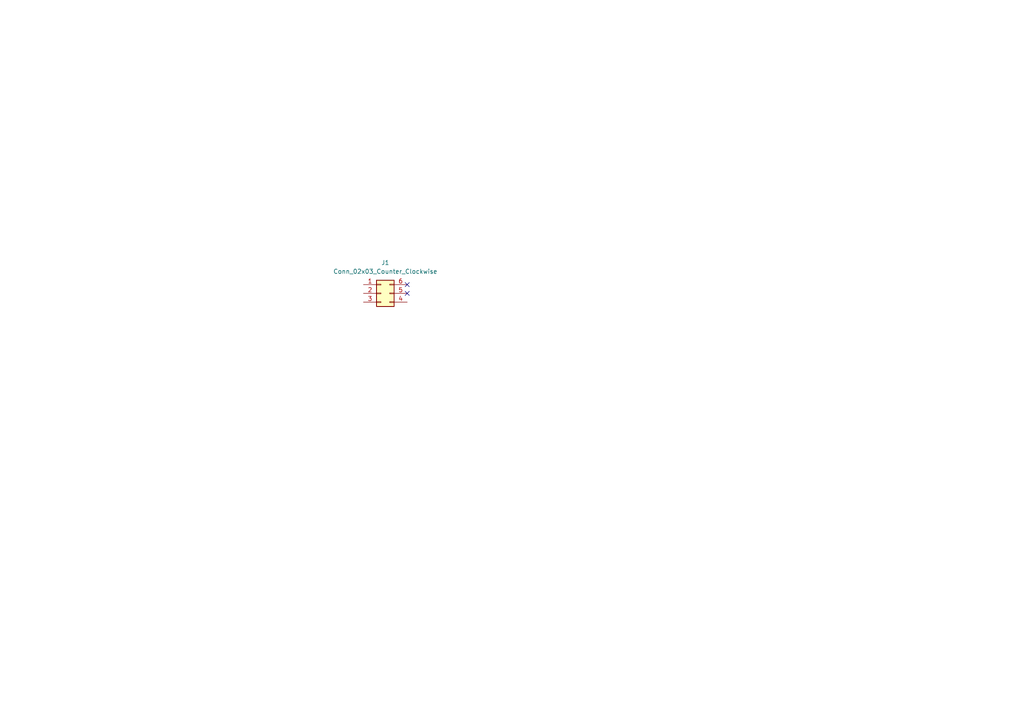
<source format=kicad_sch>
(kicad_sch (version 20211123) (generator eeschema)
  (paper "A4")
  (lib_symbols
    (symbol "Connector_Generic:Conn_02x03_Counter_Clockwise" (pin_names (offset 1.016) hide)
      (property "Reference" "J" (at 1.27 5.08 0))
      (property "Value" "Conn_02x03_Counter_Clockwise" (at 1.27 -5.08 0))
      (symbol "Conn_02x03_Counter_Clockwise_1_1"
        (rectangle (start -1.27 -2.413) (end 0 -2.667) (stroke (width 0.1524)))
        (rectangle (start -1.27 0.127) (end 0 -0.127) (stroke (width 0.1524)))
        (rectangle (start -1.27 2.667) (end 0 2.413) (stroke (width 0.1524)))
        (rectangle (start -1.27 3.81) (end 3.81 -3.81) (stroke (width 0.254)) (fill (type background)))
        (rectangle (start 3.81 -2.413) (end 2.54 -2.667) (stroke (width 0.1524)))
        (rectangle (start 3.81 0.127) (end 2.54 -0.127) (stroke (width 0.1524)))
        (rectangle (start 3.81 2.667) (end 2.54 2.413) (stroke (width 0.1524)))
        (pin passive line (at -5.08 2.54 0) (length 3.81) (name "Pin_1") (number "1"))
        (pin passive line (at -5.08 0 0) (length 3.81) (name "Pin_2") (number "2"))
        (pin passive line (at -5.08 -2.54 0) (length 3.81) (name "Pin_3") (number "3"))
        (pin passive line (at 7.62 -2.54 180) (length 3.81) (name "Pin_4") (number "4"))
        (pin passive line (at 7.62 0 180) (length 3.81) (name "Pin_5") (number "5"))
        (pin passive line (at 7.62 2.54 180) (length 3.81) (name "Pin_6") (number "6"))
      )
    )
  )
  (no_connect (at 118.11 85.09))
  (no_connect (at 118.11 82.55))
  (symbol (lib_id "Connector_Generic:Conn_02x03_Counter_Clockwise") (at 110.49 85.09 0) (unit 1)
    (property "Reference" "J1" (at 111.76 76.2 0))
    (property "Value" "Conn_02x03_Counter_Clockwise" (at 111.76 78.74 0))
    (property "Footprint" "Connector_PinSocket_2.54mm:PinSocket_2x03_P2.54mm_Vertical" (effects hide))
  )
)
</source>
